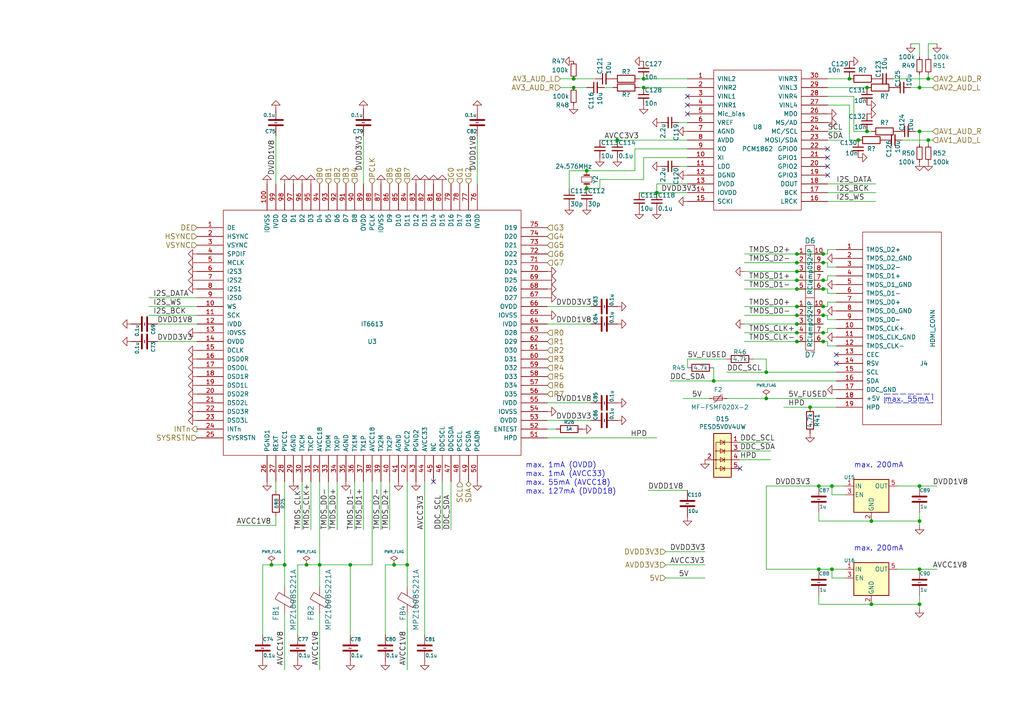
<source format=kicad_sch>
(kicad_sch (version 20211123) (generator eeschema)
  (paper "A4")
  (title_block (title "Open Source Scan Converter") (date "2023-05-18") (rev "1.8"))
  (junction (at 231.14 88.9))
  (junction (at 166.37 25.4))
  (junction (at 222.25 107.95))
  (junction (at 231.14 76.2))
  (junction (at 246.38 22.86))
  (junction (at 238.76 83.82))
  (junction (at 114.3 163.83))
  (junction (at 248.92 40.64))
  (junction (at 266.7 165.1))
  (junction (at 237.49 140.97))
  (junction (at 231.14 73.66))
  (junction (at 92.71 163.83))
  (junction (at 266.7 25.4))
  (junction (at 238.76 91.44))
  (junction (at 82.55 163.83))
  (junction (at 190.5 55.88))
  (junction (at 231.14 78.74))
  (junction (at 231.14 93.98))
  (junction (at 269.24 22.86))
  (junction (at 222.25 115.57))
  (junction (at 179.07 40.64))
  (junction (at 252.73 175.26))
  (junction (at 231.14 99.06))
  (junction (at 269.24 40.64))
  (junction (at 238.76 73.66))
  (junction (at 231.14 81.28))
  (junction (at 266.7 151.13))
  (junction (at 238.76 88.9))
  (junction (at 78.74 163.83))
  (junction (at 170.18 54.61))
  (junction (at 207.01 110.49))
  (junction (at 118.11 163.83))
  (junction (at 266.7 175.26))
  (junction (at 251.46 38.1))
  (junction (at 88.9 163.83))
  (junction (at 241.3 140.97))
  (junction (at 231.14 91.44))
  (junction (at 231.14 96.52))
  (junction (at 238.76 81.28))
  (junction (at 266.7 38.1))
  (junction (at 237.49 165.1))
  (junction (at 251.46 25.4))
  (junction (at 238.76 99.06))
  (junction (at 166.37 22.86))
  (junction (at 170.18 49.53))
  (junction (at 266.7 140.97))
  (junction (at 186.69 22.86))
  (junction (at 252.73 151.13))
  (junction (at 231.14 83.82))
  (junction (at 238.76 96.52))
  (junction (at 101.6 163.83))
  (junction (at 241.3 165.1))
  (junction (at 234.95 118.11))
  (junction (at 186.69 25.4))
  (junction (at 238.76 76.2))
  (no_connect (at 125.73 139.7))
  (no_connect (at 240.03 50.8))
  (no_connect (at 199.39 27.94))
  (no_connect (at 199.39 33.02))
  (no_connect (at 199.39 30.48))
  (no_connect (at 240.03 43.18))
  (no_connect (at 240.03 48.26))
  (no_connect (at 242.57 102.87))
  (no_connect (at 242.57 105.41))
  (no_connect (at 214.63 135.89))
  (no_connect (at 240.03 45.72))
  (wire (pts (xy 158.75 93.98) (xy 171.45 93.98)))
  (wire (pts (xy 204.47 160.02) (xy 193.04 160.02)))
  (wire (pts (xy 199.39 104.14) (xy 199.39 106.68)))
  (wire (pts (xy 101.6 163.83) (xy 101.6 184.15)))
  (wire (pts (xy 113.03 153.67) (xy 113.03 139.7)))
  (wire (pts (xy 266.7 148.59) (xy 266.7 151.13)))
  (wire (pts (xy 264.16 12.7) (xy 266.7 12.7)))
  (wire (pts (xy 92.71 139.7) (xy 92.71 163.83)))
  (wire (pts (xy 57.15 88.9) (xy 43.18 88.9)))
  (wire (pts (xy 240.03 40.64) (xy 243.84 40.64)))
  (wire (pts (xy 187.96 142.24) (xy 199.39 142.24)))
  (wire (pts (xy 222.25 165.1) (xy 222.25 140.97)))
  (wire (pts (xy 238.76 83.82) (xy 231.14 83.82)))
  (wire (pts (xy 241.3 165.1) (xy 241.3 167.64)))
  (wire (pts (xy 185.42 22.86) (xy 186.69 22.86)))
  (wire (pts (xy 158.75 116.84) (xy 171.45 116.84)))
  (wire (pts (xy 248.92 40.64) (xy 246.38 40.64)))
  (wire (pts (xy 86.36 163.83) (xy 88.9 163.83)))
  (wire (pts (xy 194.31 110.49) (xy 207.01 110.49)))
  (wire (pts (xy 118.11 177.8) (xy 118.11 194.31)))
  (wire (pts (xy 251.46 25.4) (xy 240.03 25.4)))
  (wire (pts (xy 238.76 88.9) (xy 240.03 88.9)))
  (wire (pts (xy 246.38 40.64) (xy 246.38 30.48)))
  (wire (pts (xy 238.76 73.66) (xy 231.14 73.66)))
  (wire (pts (xy 138.43 39.37) (xy 138.43 53.34)))
  (wire (pts (xy 76.2 163.83) (xy 76.2 184.15)))
  (wire (pts (xy 162.56 25.4) (xy 166.37 25.4)))
  (wire (pts (xy 266.7 12.7) (xy 266.7 16.51)))
  (wire (pts (xy 240.03 38.1) (xy 243.84 38.1)))
  (wire (pts (xy 238.76 91.44) (xy 231.14 91.44)))
  (wire (pts (xy 247.65 27.94) (xy 247.65 38.1)))
  (wire (pts (xy 184.15 49.53) (xy 170.18 49.53)))
  (wire (pts (xy 111.76 163.83) (xy 114.3 163.83)))
  (wire (pts (xy 266.7 172.72) (xy 266.7 175.26)))
  (wire (pts (xy 222.25 107.95) (xy 242.57 107.95)))
  (wire (pts (xy 92.71 163.83) (xy 101.6 163.83)))
  (wire (pts (xy 266.7 21.59) (xy 266.7 25.4)))
  (wire (pts (xy 190.5 53.34) (xy 190.5 55.88)))
  (wire (pts (xy 269.24 41.91) (xy 269.24 40.64)))
  (wire (pts (xy 57.15 91.44) (xy 43.18 91.44)))
  (wire (pts (xy 240.03 96.52) (xy 240.03 95.25)))
  (wire (pts (xy 215.9 76.2) (xy 231.14 76.2)))
  (wire (pts (xy 247.65 38.1) (xy 251.46 38.1)))
  (wire (pts (xy 110.49 153.67) (xy 110.49 139.7)))
  (wire (pts (xy 162.56 22.86) (xy 166.37 22.86)))
  (wire (pts (xy 87.63 153.67) (xy 87.63 139.7)))
  (wire (pts (xy 266.7 38.1) (xy 270.51 38.1)))
  (wire (pts (xy 210.82 115.57) (xy 222.25 115.57)))
  (wire (pts (xy 210.82 104.14) (xy 199.39 104.14)))
  (wire (pts (xy 204.47 163.83) (xy 193.04 163.83)))
  (polyline (pts (xy 270.51 116.84) (xy 256.54 116.84)))
  (polyline (pts (xy 256.54 116.84) (xy 256.54 114.3)))
  (wire (pts (xy 251.46 38.1) (xy 252.73 38.1)))
  (wire (pts (xy 172.72 22.86) (xy 166.37 22.86)))
  (wire (pts (xy 158.75 88.9) (xy 171.45 88.9)))
  (wire (pts (xy 266.7 38.1) (xy 265.43 38.1)))
  (wire (pts (xy 215.9 73.66) (xy 231.14 73.66)))
  (wire (pts (xy 130.81 153.67) (xy 130.81 139.7)))
  (wire (pts (xy 266.7 25.4) (xy 264.16 25.4)))
  (wire (pts (xy 238.76 73.66) (xy 240.03 73.66)))
  (wire (pts (xy 190.5 55.88) (xy 199.39 55.88)))
  (wire (pts (xy 238.76 96.52) (xy 240.03 96.52)))
  (wire (pts (xy 80.01 142.24) (xy 80.01 139.7)))
  (wire (pts (xy 266.7 165.1) (xy 271.78 165.1)))
  (wire (pts (xy 223.52 130.81) (xy 214.63 130.81)))
  (wire (pts (xy 158.75 121.92) (xy 171.45 121.92)))
  (wire (pts (xy 207.01 110.49) (xy 207.01 106.68)))
  (wire (pts (xy 97.79 153.67) (xy 97.79 139.7)))
  (wire (pts (xy 165.1 49.53) (xy 165.1 54.61)))
  (wire (pts (xy 215.9 96.52) (xy 231.14 96.52)))
  (wire (pts (xy 254 58.42) (xy 240.03 58.42)))
  (wire (pts (xy 92.71 177.8) (xy 92.71 194.31)))
  (wire (pts (xy 270.51 25.4) (xy 266.7 25.4)))
  (wire (pts (xy 266.7 175.26) (xy 266.7 176.53)))
  (wire (pts (xy 237.49 148.59) (xy 237.49 151.13)))
  (wire (pts (xy 102.87 153.67) (xy 102.87 139.7)))
  (wire (pts (xy 222.25 165.1) (xy 237.49 165.1)))
  (wire (pts (xy 90.17 153.67) (xy 90.17 139.7)))
  (wire (pts (xy 222.25 115.57) (xy 242.57 115.57)))
  (wire (pts (xy 80.01 39.37) (xy 80.01 53.34)))
  (wire (pts (xy 241.3 140.97) (xy 245.11 140.97)))
  (wire (pts (xy 237.49 140.97) (xy 241.3 140.97)))
  (wire (pts (xy 76.2 163.83) (xy 78.74 163.83)))
  (wire (pts (xy 186.69 45.72) (xy 186.69 52.07)))
  (wire (pts (xy 269.24 16.51) (xy 269.24 12.7)))
  (wire (pts (xy 254 55.88) (xy 240.03 55.88)))
  (wire (pts (xy 186.69 22.86) (xy 199.39 22.86)))
  (wire (pts (xy 207.01 110.49) (xy 242.57 110.49)))
  (wire (pts (xy 185.42 25.4) (xy 186.69 25.4)))
  (wire (pts (xy 260.35 165.1) (xy 266.7 165.1)))
  (wire (pts (xy 254 53.34) (xy 240.03 53.34)))
  (wire (pts (xy 186.69 25.4) (xy 199.39 25.4)))
  (wire (pts (xy 227.33 118.11) (xy 234.95 118.11)))
  (wire (pts (xy 118.11 139.7) (xy 118.11 163.83)))
  (wire (pts (xy 223.52 133.35) (xy 214.63 133.35)))
  (wire (pts (xy 57.15 86.36) (xy 43.18 86.36)))
  (wire (pts (xy 269.24 12.7) (xy 271.78 12.7)))
  (wire (pts (xy 240.03 100.33) (xy 242.57 100.33)))
  (wire (pts (xy 231.14 99.06) (xy 238.76 99.06)))
  (wire (pts (xy 78.74 163.83) (xy 82.55 163.83)))
  (wire (pts (xy 205.74 115.57) (xy 198.12 115.57)))
  (wire (pts (xy 269.24 22.86) (xy 259.08 22.86)))
  (wire (pts (xy 241.3 167.64) (xy 245.11 167.64)))
  (wire (pts (xy 190.5 53.34) (xy 199.39 53.34)))
  (wire (pts (xy 231.14 76.2) (xy 238.76 76.2)))
  (wire (pts (xy 270.51 40.64) (xy 269.24 40.64)))
  (wire (pts (xy 45.72 93.98) (xy 57.15 93.98)))
  (polyline (pts (xy 270.51 114.3) (xy 270.51 116.84)))
  (wire (pts (xy 68.58 152.4) (xy 80.01 152.4)))
  (wire (pts (xy 80.01 149.86) (xy 80.01 152.4)))
  (wire (pts (xy 92.71 163.83) (xy 92.71 170.18)))
  (wire (pts (xy 240.03 73.66) (xy 240.03 72.39)))
  (wire (pts (xy 234.95 118.11) (xy 242.57 118.11)))
  (wire (pts (xy 82.55 163.83) (xy 82.55 170.18)))
  (wire (pts (xy 105.41 153.67) (xy 105.41 139.7)))
  (wire (pts (xy 170.18 49.53) (xy 165.1 49.53)))
  (wire (pts (xy 240.03 99.06) (xy 240.03 100.33)))
  (wire (pts (xy 105.41 39.37) (xy 105.41 53.34)))
  (wire (pts (xy 240.03 87.63) (xy 242.57 87.63)))
  (wire (pts (xy 215.9 88.9) (xy 231.14 88.9)))
  (wire (pts (xy 223.52 128.27) (xy 214.63 128.27)))
  (wire (pts (xy 270.51 22.86) (xy 269.24 22.86)))
  (wire (pts (xy 240.03 85.09) (xy 242.57 85.09)))
  (wire (pts (xy 241.3 140.97) (xy 241.3 143.51)))
  (wire (pts (xy 269.24 21.59) (xy 269.24 22.86)))
  (wire (pts (xy 240.03 77.47) (xy 240.03 76.2)))
  (wire (pts (xy 240.03 92.71) (xy 242.57 92.71)))
  (wire (pts (xy 123.19 139.7) (xy 123.19 184.15)))
  (wire (pts (xy 240.03 83.82) (xy 240.03 85.09)))
  (wire (pts (xy 173.99 54.61) (xy 173.99 52.07)))
  (wire (pts (xy 215.9 81.28) (xy 231.14 81.28)))
  (wire (pts (xy 252.73 175.26) (xy 266.7 175.26)))
  (wire (pts (xy 95.25 153.67) (xy 95.25 139.7)))
  (wire (pts (xy 190.5 127) (xy 158.75 127)))
  (wire (pts (xy 260.35 140.97) (xy 266.7 140.97)))
  (wire (pts (xy 199.39 35.56) (xy 196.85 35.56)))
  (wire (pts (xy 184.15 43.18) (xy 184.15 49.53)))
  (wire (pts (xy 158.75 124.46) (xy 161.29 124.46)))
  (wire (pts (xy 215.9 91.44) (xy 231.14 91.44)))
  (wire (pts (xy 114.3 163.83) (xy 118.11 163.83)))
  (wire (pts (xy 101.6 163.83) (xy 107.95 163.83)))
  (wire (pts (xy 266.7 140.97) (xy 271.78 140.97)))
  (wire (pts (xy 193.04 167.64) (xy 204.47 167.64)))
  (wire (pts (xy 238.76 96.52) (xy 231.14 96.52)))
  (wire (pts (xy 237.49 175.26) (xy 252.73 175.26)))
  (wire (pts (xy 240.03 80.01) (xy 240.03 81.28)))
  (wire (pts (xy 179.07 40.64) (xy 199.39 40.64)))
  (wire (pts (xy 246.38 30.48) (xy 240.03 30.48)))
  (wire (pts (xy 240.03 91.44) (xy 240.03 92.71)))
  (wire (pts (xy 210.82 107.95) (xy 222.25 107.95)))
  (wire (pts (xy 170.18 25.4) (xy 166.37 25.4)))
  (wire (pts (xy 86.36 163.83) (xy 86.36 184.15)))
  (wire (pts (xy 222.25 140.97) (xy 237.49 140.97)))
  (polyline (pts (xy 256.54 114.3) (xy 270.51 114.3)))
  (wire (pts (xy 238.76 76.2) (xy 240.03 76.2)))
  (wire (pts (xy 45.72 99.06) (xy 57.15 99.06)))
  (wire (pts (xy 231.14 93.98) (xy 238.76 93.98)))
  (wire (pts (xy 261.62 40.64) (xy 269.24 40.64)))
  (wire (pts (xy 238.76 99.06) (xy 240.03 99.06)))
  (wire (pts (xy 215.9 99.06) (xy 231.14 99.06)))
  (wire (pts (xy 240.03 95.25) (xy 242.57 95.25)))
  (wire (pts (xy 240.03 72.39) (xy 242.57 72.39)))
  (wire (pts (xy 215.9 78.74) (xy 231.14 78.74)))
  (wire (pts (xy 199.39 43.18) (xy 184.15 43.18)))
  (wire (pts (xy 252.73 151.13) (xy 266.7 151.13)))
  (wire (pts (xy 237.49 151.13) (xy 252.73 151.13)))
  (wire (pts (xy 238.76 91.44) (xy 240.03 91.44)))
  (wire (pts (xy 118.11 163.83) (xy 118.11 170.18)))
  (wire (pts (xy 237.49 165.1) (xy 241.3 165.1)))
  (wire (pts (xy 111.76 163.83) (xy 111.76 184.15)))
  (wire (pts (xy 240.03 27.94) (xy 247.65 27.94)))
  (wire (pts (xy 107.95 163.83) (xy 107.95 139.7)))
  (wire (pts (xy 186.69 52.07) (xy 173.99 52.07)))
  (wire (pts (xy 231.14 88.9) (xy 238.76 88.9)))
  (wire (pts (xy 170.18 54.61) (xy 173.99 54.61)))
  (wire (pts (xy 242.57 77.47) (xy 240.03 77.47)))
  (wire (pts (xy 128.27 153.67) (xy 128.27 139.7)))
  (wire (pts (xy 240.03 88.9) (xy 240.03 87.63)))
  (wire (pts (xy 241.3 165.1) (xy 245.11 165.1)))
  (wire (pts (xy 246.38 22.86) (xy 240.03 22.86)))
  (wire (pts (xy 241.3 143.51) (xy 245.11 143.51)))
  (wire (pts (xy 242.57 80.01) (xy 240.03 80.01)))
  (wire (pts (xy 222.25 104.14) (xy 218.44 104.14)))
  (wire (pts (xy 238.76 81.28) (xy 240.03 81.28)))
  (wire (pts (xy 82.55 139.7) (xy 82.55 163.83)))
  (wire (pts (xy 199.39 48.26) (xy 196.85 48.26)))
  (wire (pts (xy 222.25 107.95) (xy 222.25 104.14)))
  (wire (pts (xy 173.99 40.64) (xy 179.07 40.64)))
  (wire (pts (xy 185.42 55.88) (xy 190.5 55.88)))
  (wire (pts (xy 266.7 151.13) (xy 266.7 152.4)))
  (wire (pts (xy 199.39 45.72) (xy 186.69 45.72)))
  (wire (pts (xy 238.76 83.82) (xy 240.03 83.82)))
  (wire (pts (xy 82.55 177.8) (xy 82.55 194.31)))
  (wire (pts (xy 238.76 78.74) (xy 231.14 78.74)))
  (wire (pts (xy 215.9 93.98) (xy 231.14 93.98)))
  (wire (pts (xy 215.9 83.82) (xy 231.14 83.82)))
  (wire (pts (xy 237.49 172.72) (xy 237.49 175.26)))
  (wire (pts (xy 266.7 38.1) (xy 266.7 41.91)))
  (wire (pts (xy 231.14 81.28) (xy 238.76 81.28)))
  (wire (pts (xy 177.8 25.4) (xy 175.26 25.4)))
  (wire (pts (xy 88.9 163.83) (xy 92.71 163.83)))
  (text "max. 200mA" (at 247.65 160.02 0) (effects (font (size 1.524 1.524)) (justify left bottom)))
  (text "max. 200mA" (at 247.65 135.89 0) (effects (font (size 1.524 1.524)) (justify left bottom)))
  (text "max. 1mA (AVCC33)" (at 152.4 138.43 0) (effects (font (size 1.524 1.524)) (justify left bottom)))
  (text "max. 127mA (DVDD18)" (at 152.4 143.51 0) (effects (font (size 1.524 1.524)) (justify left bottom)))
  (text "max. 1mA (OVDD)" (at 152.4 135.89 0) (effects (font (size 1.524 1.524)) (justify left bottom)))
  (text "max. 55mA" (at 256.54 116.84 0) (effects (font (size 1.524 1.524)) (justify left bottom)))
  (text "max. 55mA (AVCC18)" (at 152.4 140.97 0) (effects (font (size 1.524 1.524)) (justify left bottom)))
  (label "I2S_DATA" (at 242.57 53.34 0) (effects (font (size 1.524 1.524))))
  (label "SCL" (at 240.03 38.1 0) (effects (font (size 1.524 1.524))))
  (label "I2S_BCK" (at 44.45 91.44 0) (effects (font (size 1.524 1.524))))
  (label "5V" (at 200.66 115.57 0) (effects (font (size 1.524 1.524))))
  (label "DVDD3V3" (at 194.31 160.02 0) (effects (font (size 1.524 1.524))))
  (label "TMDS_D2+" (at 113.03 153.67 90) (effects (font (size 1.524 1.524))))
  (label "5V_FUSED" (at 199.39 104.14 0) (effects (font (size 1.524 1.524))))
  (label "DVDD3V3" (at 105.41 49.53 90) (effects (font (size 1.524 1.524))))
  (label "5V" (at 196.85 167.64 0) (effects (font (size 1.524 1.524))))
  (label "TMDS_D2-" (at 110.49 153.67 90) (effects (font (size 1.524 1.524))))
  (label "DVDD1V8" (at 270.51 140.97 0) (effects (font (size 1.524 1.524))))
  (label "I2S_WS" (at 242.57 58.42 0) (effects (font (size 1.524 1.524))))
  (label "TMDS_D0-" (at 217.17 91.44 0) (effects (font (size 1.524 1.524))))
  (label "TMDS_D0+" (at 217.17 88.9 0) (effects (font (size 1.524 1.524))))
  (label "AVCC1V8" (at 118.11 193.04 90) (effects (font (size 1.524 1.524))))
  (label "DDC_SCL" (at 210.82 107.95 0) (effects (font (size 1.524 1.524))))
  (label "AVCC3V3" (at 175.26 40.64 0) (effects (font (size 1.524 1.524))))
  (label "DVDD1V8" (at 80.01 50.8 90) (effects (font (size 1.524 1.524))))
  (label "AVCC1V8" (at 92.71 193.04 90) (effects (font (size 1.524 1.524))))
  (label "DVDD1V8" (at 138.43 49.53 90) (effects (font (size 1.524 1.524))))
  (label "I2S_DATA" (at 44.45 86.36 0) (effects (font (size 1.524 1.524))))
  (label "HPD" (at 182.88 127 0) (effects (font (size 1.524 1.524))))
  (label "DVDD3V3" (at 191.77 55.88 0) (effects (font (size 1.524 1.524))))
  (label "DVDD3V3" (at 55.88 99.06 180) (effects (font (size 1.524 1.524))))
  (label "TMDS_CLK-" (at 87.63 153.67 90) (effects (font (size 1.524 1.524))))
  (label "DDC_SDA" (at 194.31 110.49 0) (effects (font (size 1.524 1.524))))
  (label "TMDS_D1+" (at 105.41 153.67 90) (effects (font (size 1.524 1.524))))
  (label "TMDS_D0+" (at 97.79 153.67 90) (effects (font (size 1.524 1.524))))
  (label "DVDD3V3" (at 224.79 140.97 0) (effects (font (size 1.524 1.524))))
  (label "TMDS_CLK+" (at 90.17 153.67 90) (effects (font (size 1.524 1.524))))
  (label "TMDS_D2-" (at 217.17 76.2 0) (effects (font (size 1.524 1.524))))
  (label "AVCC1V8" (at 82.55 193.04 90) (effects (font (size 1.524 1.524))))
  (label "TMDS_D1+" (at 217.17 81.28 0) (effects (font (size 1.524 1.524))))
  (label "DVDD1V8" (at 187.96 142.24 0) (effects (font (size 1.524 1.524))))
  (label "AVCC3V3" (at 194.31 163.83 0) (effects (font (size 1.524 1.524))))
  (label "HPD" (at 228.6 118.11 0) (effects (font (size 1.524 1.524))))
  (label "DVDD3V3" (at 161.29 88.9 0) (effects (font (size 1.524 1.524))))
  (label "TMDS_CLK+" (at 217.17 96.52 0) (effects (font (size 1.524 1.524))))
  (label "TMDS_D0-" (at 95.25 153.67 90) (effects (font (size 1.524 1.524))))
  (label "SDA" (at 240.03 40.64 0) (effects (font (size 1.524 1.524))))
  (label "DDC_SDA" (at 214.63 130.81 0) (effects (font (size 1.524 1.524))))
  (label "DDC_SCL" (at 214.63 128.27 0) (effects (font (size 1.524 1.524))))
  (label "I2S_WS" (at 44.45 88.9 0) (effects (font (size 1.524 1.524))))
  (label "TMDS_D2+" (at 217.17 73.66 0) (effects (font (size 1.524 1.524))))
  (label "I2S_BCK" (at 242.57 55.88 0) (effects (font (size 1.524 1.524))))
  (label "DDC_SCL" (at 128.27 153.67 90) (effects (font (size 1.524 1.524))))
  (label "DVDD3V3" (at 161.29 121.92 0) (effects (font (size 1.524 1.524))))
  (label "TMDS_CLK-" (at 217.17 99.06 0) (effects (font (size 1.524 1.524))))
  (label "TMDS_D1-" (at 102.87 153.67 90) (effects (font (size 1.524 1.524))))
  (label "HPD" (at 214.63 133.35 0) (effects (font (size 1.524 1.524))))
  (label "DVDD1V8" (at 161.29 93.98 0) (effects (font (size 1.524 1.524))))
  (label "DDC_SDA" (at 130.81 153.67 90) (effects (font (size 1.524 1.524))))
  (label "AVCC1V8" (at 270.51 165.1 0) (effects (font (size 1.524 1.524))))
  (label "5V_FUSED" (at 228.6 115.57 0) (effects (font (size 1.524 1.524))))
  (label "DVDD1V8" (at 161.29 116.84 0) (effects (font (size 1.524 1.524))))
  (label "AVCC1V8" (at 68.58 152.4 0) (effects (font (size 1.524 1.524))))
  (label "DVDD1V8" (at 55.88 93.98 180) (effects (font (size 1.524 1.524))))
  (label "TMDS_D1-" (at 217.17 83.82 0) (effects (font (size 1.524 1.524))))
  (label "AVCC3V3" (at 123.19 153.67 90) (effects (font (size 1.524 1.524))))
  (hierarchical_label "AV2_AUD_R" (shape input) (at 270.51 22.86 0) (effects (font (size 1.524 1.524))))
  (hierarchical_label "B1" (shape input) (at 95.25 53.34 90) (effects (font (size 1.524 1.524))))
  (hierarchical_label "G5" (shape input) (at 158.75 71.12 0) (effects (font (size 1.524 1.524))))
  (hierarchical_label "R3" (shape input) (at 158.75 104.14 0) (effects (font (size 1.524 1.524))))
  (hierarchical_label "SYSRSTN" (shape input) (at 57.15 127 180) (effects (font (size 1.524 1.524))))
  (hierarchical_label "R7" (shape input) (at 158.75 114.3 0) (effects (font (size 1.524 1.524))))
  (hierarchical_label "DVDD3V3" (shape input) (at 193.04 160.02 180) (effects (font (size 1.524 1.524))))
  (hierarchical_label "SDA" (shape bidirectional) (at 135.89 139.7 270) (effects (font (size 1.524 1.524))))
  (hierarchical_label "AVDD3V3" (shape input) (at 193.04 163.83 180) (effects (font (size 1.524 1.524))))
  (hierarchical_label "B6" (shape input) (at 115.57 53.34 90) (effects (font (size 1.524 1.524))))
  (hierarchical_label "B7" (shape input) (at 118.11 53.34 90) (effects (font (size 1.524 1.524))))
  (hierarchical_label "B5" (shape input) (at 113.03 53.34 90) (effects (font (size 1.524 1.524))))
  (hierarchical_label "G6" (shape input) (at 158.75 73.66 0) (effects (font (size 1.524 1.524))))
  (hierarchical_label "SCL" (shape input) (at 133.35 139.7 270) (effects (font (size 1.524 1.524))))
  (hierarchical_label "G4" (shape input) (at 158.75 68.58 0) (effects (font (size 1.524 1.524))))
  (hierarchical_label "R2" (shape input) (at 158.75 101.6 0) (effects (font (size 1.524 1.524))))
  (hierarchical_label "PCLK" (shape input) (at 107.95 53.34 90) (effects (font (size 1.524 1.524))))
  (hierarchical_label "R0" (shape input) (at 158.75 96.52 0) (effects (font (size 1.524 1.524))))
  (hierarchical_label "DE" (shape input) (at 57.15 66.04 180) (effects (font (size 1.524 1.524))))
  (hierarchical_label "5V" (shape input) (at 193.04 167.64 180) (effects (font (size 1.524 1.524))))
  (hierarchical_label "AV2_AUD_L" (shape input) (at 270.51 25.4 0) (effects (font (size 1.524 1.524))))
  (hierarchical_label "R5" (shape input) (at 158.75 109.22 0) (effects (font (size 1.524 1.524))))
  (hierarchical_label "B2" (shape input) (at 97.79 53.34 90) (effects (font (size 1.524 1.524))))
  (hierarchical_label "INTn" (shape output) (at 57.15 124.46 180) (effects (font (size 1.524 1.524))))
  (hierarchical_label "AV1_AUD_L" (shape input) (at 270.51 40.64 0) (effects (font (size 1.524 1.524))))
  (hierarchical_label "R1" (shape input) (at 158.75 99.06 0) (effects (font (size 1.524 1.524))))
  (hierarchical_label "AV3_AUD_R" (shape input) (at 162.56 25.4 180) (effects (font (size 1.524 1.524))))
  (hierarchical_label "G1" (shape input) (at 133.35 53.34 90) (effects (font (size 1.524 1.524))))
  (hierarchical_label "G0" (shape input) (at 130.81 53.34 90) (effects (font (size 1.524 1.524))))
  (hierarchical_label "R4" (shape input) (at 158.75 106.68 0) (effects (font (size 1.524 1.524))))
  (hierarchical_label "B0" (shape input) (at 92.71 53.34 90) (effects (font (size 1.524 1.524))))
  (hierarchical_label "VSYNC" (shape input) (at 57.15 71.12 180) (effects (font (size 1.524 1.524))))
  (hierarchical_label "G3" (shape input) (at 158.75 66.04 0) (effects (font (size 1.524 1.524))))
  (hierarchical_label "HSYNC" (shape input) (at 57.15 68.58 180) (effects (font (size 1.524 1.524))))
  (hierarchical_label "R6" (shape input) (at 158.75 111.76 0) (effects (font (size 1.524 1.524))))
  (hierarchical_label "AV3_AUD_L" (shape input) (at 162.56 22.86 180) (effects (font (size 1.524 1.524))))
  (hierarchical_label "B4" (shape input) (at 102.87 53.34 90) (effects (font (size 1.524 1.524))))
  (hierarchical_label "B3" (shape input) (at 100.33 53.34 90) (effects (font (size 1.524 1.524))))
  (hierarchical_label "G2" (shape input) (at 135.89 53.34 90) (effects (font (size 1.524 1.524))))
  (hierarchical_label "G7" (shape input) (at 158.75 76.2 0) (effects (font (size 1.524 1.524))))
  (hierarchical_label "AV1_AUD_R" (shape input) (at 270.51 38.1 0) (effects (font (size 1.524 1.524))))
  (symbol (lib_id "custom_components:IT6613") (at 107.95 96.52 0) (unit 1)
    (property "Reference" "U3" (at 107.95 99.06 0))
    (property "Value" "IT6613" (at 107.95 93.98 0))
    (property "Footprint" "custom_components:TQFP-100_custom" (effects hide))
    (property "Datasheet" "DOCUMENTATION" (effects hide))
  )
  (symbol (lib_id "custom_components:HDMI_CONN") (at 261.62 95.25 0) (unit 1)
    (property "Reference" "J4" (at 267.97 105.41 0))
    (property "Value" "HDMI_CONN" (at 270.51 95.25 90))
    (property "Footprint" "custom_components:HDMI_CONN-10029449-111RLF" (effects hide))
    (property "Datasheet" "DOCUMENTATION" (effects hide))
    (property "Part ID" "10029449-111RLF" (effects hide))
  )
  (symbol (lib_id "Device:C") (at 76.2 187.96 0) (unit 1)
    (property "Reference" "C74" (at 76.2 185.42 0) (effects (font (size 1.016 1.016)) (justify left)))
    (property "Value" "0.1u" (at 76.3524 190.119 0) (effects (font (size 1.016 1.016)) (justify left)))
    (property "Footprint" "custom_components:SM0603_Capa_libcms" (effects hide))
    (property "Datasheet" "~" (at 76.2 187.96 0) (effects (font (size 1.524 1.524))))
  )
  (symbol (lib_id "Device:FerriteBead") (at 82.55 173.99 180) (unit 1)
    (property "Reference" "FB1" (at 80.01 177.8 90) (effects (font (size 1.524 1.524))))
    (property "Value" "MPZ1608S221A" (at 85.09 173.99 90) (effects (font (size 1.524 1.524))))
    (property "Footprint" "custom_components:SM0603_Resistor_libcms" (effects hide))
  )
  (symbol (lib_id "power:GND") (at 76.2 191.77 0) (unit 1)
    (property "Reference" "#PWR0162" (effects hide))
    (property "Value" "GND" (effects hide))
  )
  (symbol (lib_id "power:GND") (at 115.57 139.7 0) (unit 1)
    (property "Reference" "#PWR0163" (effects hide))
    (property "Value" "GND" (effects hide))
  )
  (symbol (lib_id "power:GND") (at 120.65 139.7 0) (unit 1)
    (property "Reference" "#PWR0164" (effects hide))
    (property "Value" "GND" (effects hide))
  )
  (symbol (lib_id "Device:C") (at 111.76 187.96 0) (unit 1)
    (property "Reference" "C80" (at 111.76 185.42 0) (effects (font (size 1.016 1.016)) (justify left)))
    (property "Value" "0.1u" (at 111.9124 190.119 0) (effects (font (size 1.016 1.016)) (justify left)))
    (property "Footprint" "custom_components:SM0603_Capa_libcms" (effects hide))
    (property "Datasheet" "~" (at 111.76 187.96 0) (effects (font (size 1.524 1.524))))
  )
  (symbol (lib_id "Device:FerriteBead") (at 118.11 173.99 180) (unit 1)
    (property "Reference" "FB4" (at 116.84 177.8 90) (effects (font (size 1.524 1.524))))
    (property "Value" "MPZ1608S221A" (at 120.65 173.99 90) (effects (font (size 1.524 1.524))))
    (property "Footprint" "custom_components:SM0603_Resistor_libcms" (effects hide))
  )
  (symbol (lib_id "power:GND") (at 111.76 191.77 0) (unit 1)
    (property "Reference" "#PWR0165" (effects hide))
    (property "Value" "GND" (effects hide))
  )
  (symbol (lib_id "Device:C") (at 86.36 187.96 0) (unit 1)
    (property "Reference" "C77" (at 86.36 185.42 0) (effects (font (size 1.016 1.016)) (justify left)))
    (property "Value" "0.1u" (at 86.5124 190.119 0) (effects (font (size 1.016 1.016)) (justify left)))
    (property "Footprint" "custom_components:SM0603_Capa_libcms" (effects hide))
    (property "Datasheet" "~" (at 86.36 187.96 0) (effects (font (size 1.524 1.524))))
  )
  (symbol (lib_id "Device:FerriteBead") (at 92.71 173.99 180) (unit 1)
    (property "Reference" "FB2" (at 90.17 177.8 90) (effects (font (size 1.524 1.524))))
    (property "Value" "MPZ1608S221A" (at 95.25 173.99 90) (effects (font (size 1.524 1.524))))
    (property "Footprint" "custom_components:SM0603_Resistor_libcms" (effects hide))
  )
  (symbol (lib_id "power:GND") (at 86.36 191.77 0) (unit 1)
    (property "Reference" "#PWR0166" (effects hide))
    (property "Value" "GND" (effects hide))
  )
  (symbol (lib_id "power:GND") (at 85.09 139.7 0) (unit 1)
    (property "Reference" "#PWR0167" (effects hide))
    (property "Value" "GND" (effects hide))
  )
  (symbol (lib_id "power:GND") (at 77.47 139.7 0) (unit 1)
    (property "Reference" "#PWR0168" (effects hide))
    (property "Value" "GND" (effects hide))
  )
  (symbol (lib_id "power:GND") (at 138.43 139.7 0) (unit 1)
    (property "Reference" "#PWR0169" (effects hide))
    (property "Value" "GND" (effects hide))
  )
  (symbol (lib_id "power:GND") (at 57.15 76.2 270) (unit 1)
    (property "Reference" "#PWR0170" (effects hide))
    (property "Value" "GND" (effects hide))
  )
  (symbol (lib_id "power:GND") (at 57.15 83.82 270) (unit 1)
    (property "Reference" "#PWR0171" (effects hide))
    (property "Value" "GND" (effects hide))
  )
  (symbol (lib_id "power:GND") (at 57.15 81.28 270) (unit 1)
    (property "Reference" "#PWR0172" (effects hide))
    (property "Value" "GND" (effects hide))
  )
  (symbol (lib_id "power:GND") (at 57.15 73.66 270) (unit 1)
    (property "Reference" "#PWR0173" (effects hide))
    (property "Value" "GND" (effects hide))
  )
  (symbol (lib_id "power:GND") (at 57.15 78.74 270) (unit 1)
    (property "Reference" "#PWR0174" (effects hide))
    (property "Value" "GND" (effects hide))
  )
  (symbol (lib_id "power:GND") (at 57.15 101.6 270) (unit 1)
    (property "Reference" "#PWR0175" (effects hide))
    (property "Value" "GND" (effects hide))
  )
  (symbol (lib_id "power:GND") (at 57.15 104.14 270) (unit 1)
    (property "Reference" "#PWR0176" (effects hide))
    (property "Value" "GND" (effects hide))
  )
  (symbol (lib_id "power:GND") (at 57.15 106.68 270) (unit 1)
    (property "Reference" "#PWR0177" (effects hide))
    (property "Value" "GND" (effects hide))
  )
  (symbol (lib_id "power:GND") (at 57.15 109.22 270) (unit 1)
    (property "Reference" "#PWR0178" (effects hide))
    (property "Value" "GND" (effects hide))
  )
  (symbol (lib_id "power:GND") (at 57.15 111.76 270) (unit 1)
    (property "Reference" "#PWR0179" (effects hide))
    (property "Value" "GND" (effects hide))
  )
  (symbol (lib_id "power:GND") (at 57.15 114.3 270) (unit 1)
    (property "Reference" "#PWR0180" (effects hide))
    (property "Value" "GND" (effects hide))
  )
  (symbol (lib_id "power:GND") (at 57.15 116.84 270) (unit 1)
    (property "Reference" "#PWR0181" (effects hide))
    (property "Value" "GND" (effects hide))
  )
  (symbol (lib_id "power:GND") (at 57.15 119.38 270) (unit 1)
    (property "Reference" "#PWR0182" (effects hide))
    (property "Value" "GND" (effects hide))
  )
  (symbol (lib_id "power:GND") (at 57.15 121.92 270) (unit 1)
    (property "Reference" "#PWR0183" (effects hide))
    (property "Value" "GND" (effects hide))
  )
  (symbol (lib_id "Device:R") (at 80.01 146.05 0) (unit 1)
    (property "Reference" "R25" (at 82.042 146.05 90) (effects (font (size 1.016 1.016))))
    (property "Value" "698" (at 80.1878 146.0246 90) (effects (font (size 1.016 1.016))))
    (property "Footprint" "custom_components:SM0603_Resistor_libcms" (effects hide))
    (property "Datasheet" "~" (at 80.01 146.05 0) (effects (font (size 0.762 0.762))))
  )
  (symbol (lib_id "power:GND") (at 57.15 96.52 270) (unit 1)
    (property "Reference" "#PWR0184" (effects hide))
    (property "Value" "GND" (effects hide))
  )
  (symbol (lib_id "power:GND") (at 100.33 139.7 0) (unit 1)
    (property "Reference" "#PWR0185" (effects hide))
    (property "Value" "GND" (effects hide))
  )
  (symbol (lib_id "Device:R") (at 165.1 124.46 90) (unit 1)
    (property "Reference" "R26" (at 165.1 122.428 90) (effects (font (size 1.016 1.016))))
    (property "Value" "1k" (at 165.0746 124.2822 90) (effects (font (size 1.016 1.016))))
    (property "Footprint" "custom_components:SM0603_Resistor_libcms" (effects hide))
    (property "Datasheet" "~" (at 165.1 124.46 0) (effects (font (size 0.762 0.762))))
  )
  (symbol (lib_id "power:GND") (at 168.91 124.46 90) (unit 1)
    (property "Reference" "#PWR0186" (effects hide))
    (property "Value" "GND" (effects hide))
  )
  (symbol (lib_id "power:GND") (at 158.75 119.38 90) (unit 1)
    (property "Reference" "#PWR0187" (effects hide))
    (property "Value" "GND" (effects hide))
  )
  (symbol (lib_id "power:GND") (at 158.75 91.44 90) (unit 1)
    (property "Reference" "#PWR0188" (effects hide))
    (property "Value" "GND" (effects hide))
  )
  (symbol (lib_id "Device:C") (at 175.26 116.84 90) (unit 1)
    (property "Reference" "C85" (at 172.72 116.84 0) (effects (font (size 1.016 1.016)) (justify left)))
    (property "Value" "0.1u" (at 177.419 116.6876 0) (effects (font (size 1.016 1.016)) (justify left)))
    (property "Footprint" "custom_components:SM0603_Capa_libcms" (effects hide))
    (property "Datasheet" "~" (at 175.26 116.84 0) (effects (font (size 1.524 1.524))))
  )
  (symbol (lib_id "Device:C") (at 175.26 93.98 90) (unit 1)
    (property "Reference" "C84" (at 172.72 93.98 0) (effects (font (size 1.016 1.016)) (justify left)))
    (property "Value" "0.1u" (at 177.419 93.8276 0) (effects (font (size 1.016 1.016)) (justify left)))
    (property "Footprint" "custom_components:SM0603_Capa_libcms" (effects hide))
    (property "Datasheet" "~" (at 175.26 93.98 0) (effects (font (size 1.524 1.524))))
  )
  (symbol (lib_id "Device:C") (at 138.43 35.56 180) (unit 1)
    (property "Reference" "C82" (at 138.43 38.1 0) (effects (font (size 1.016 1.016)) (justify left)))
    (property "Value" "0.1u" (at 138.2776 33.401 0) (effects (font (size 1.016 1.016)) (justify left)))
    (property "Footprint" "custom_components:SM0603_Capa_libcms" (effects hide))
    (property "Datasheet" "~" (at 138.43 35.56 0) (effects (font (size 1.524 1.524))))
  )
  (symbol (lib_id "power:GND") (at 110.49 53.34 180) (unit 1)
    (property "Reference" "#PWR0189" (effects hide))
    (property "Value" "GND" (effects hide))
  )
  (symbol (lib_id "power:GND") (at 77.47 53.34 180) (unit 1)
    (property "Reference" "#PWR0190" (effects hide))
    (property "Value" "GND" (effects hide))
  )
  (symbol (lib_id "Device:C") (at 80.01 35.56 180) (unit 1)
    (property "Reference" "C75" (at 80.01 38.1 0) (effects (font (size 1.016 1.016)) (justify left)))
    (property "Value" "0.1u" (at 79.8576 33.401 0) (effects (font (size 1.016 1.016)) (justify left)))
    (property "Footprint" "custom_components:SM0603_Capa_libcms" (effects hide))
    (property "Datasheet" "~" (at 80.01 35.56 0) (effects (font (size 1.524 1.524))))
  )
  (symbol (lib_id "Device:C") (at 41.91 93.98 270) (unit 1)
    (property "Reference" "C69" (at 44.45 93.98 0) (effects (font (size 1.016 1.016)) (justify left)))
    (property "Value" "0.1u" (at 39.751 94.1324 0) (effects (font (size 1.016 1.016)) (justify left)))
    (property "Footprint" "custom_components:SM0603_Capa_libcms" (effects hide))
    (property "Datasheet" "~" (at 41.91 93.98 0) (effects (font (size 1.524 1.524))))
  )
  (symbol (lib_id "Device:C") (at 41.91 99.06 270) (unit 1)
    (property "Reference" "C73" (at 44.45 99.06 0) (effects (font (size 1.016 1.016)) (justify left)))
    (property "Value" "0.1u" (at 39.751 99.2124 0) (effects (font (size 1.016 1.016)) (justify left)))
    (property "Footprint" "custom_components:SM0603_Capa_libcms" (effects hide))
    (property "Datasheet" "~" (at 41.91 99.06 0) (effects (font (size 1.524 1.524))))
  )
  (symbol (lib_id "Device:C") (at 175.26 121.92 90) (unit 1)
    (property "Reference" "C86" (at 172.72 121.92 0) (effects (font (size 1.016 1.016)) (justify left)))
    (property "Value" "0.1u" (at 177.419 121.7676 0) (effects (font (size 1.016 1.016)) (justify left)))
    (property "Footprint" "custom_components:SM0603_Capa_libcms" (effects hide))
    (property "Datasheet" "~" (at 175.26 121.92 0) (effects (font (size 1.524 1.524))))
  )
  (symbol (lib_id "Device:C") (at 175.26 88.9 90) (unit 1)
    (property "Reference" "C83" (at 172.72 88.9 0) (effects (font (size 1.016 1.016)) (justify left)))
    (property "Value" "0.1u" (at 177.419 88.7476 0) (effects (font (size 1.016 1.016)) (justify left)))
    (property "Footprint" "custom_components:SM0603_Capa_libcms" (effects hide))
    (property "Datasheet" "~" (at 175.26 88.9 0) (effects (font (size 1.524 1.524))))
  )
  (symbol (lib_id "Device:C") (at 105.41 35.56 180) (unit 1)
    (property "Reference" "C79" (at 105.41 38.1 0) (effects (font (size 1.016 1.016)) (justify left)))
    (property "Value" "0.1u" (at 105.2576 33.401 0) (effects (font (size 1.016 1.016)) (justify left)))
    (property "Footprint" "custom_components:SM0603_Capa_libcms" (effects hide))
    (property "Datasheet" "~" (at 105.41 35.56 0) (effects (font (size 1.524 1.524))))
  )
  (symbol (lib_id "Device:C") (at 101.6 187.96 0) (unit 1)
    (property "Reference" "C78" (at 101.6 185.42 0) (effects (font (size 1.016 1.016)) (justify left)))
    (property "Value" "0.1u" (at 101.7524 190.119 0) (effects (font (size 1.016 1.016)) (justify left)))
    (property "Footprint" "custom_components:SM0603_Capa_libcms" (effects hide))
    (property "Datasheet" "~" (at 101.6 187.96 0) (effects (font (size 1.524 1.524))))
  )
  (symbol (lib_id "power:GND") (at 101.6 191.77 0) (unit 1)
    (property "Reference" "#PWR0191" (effects hide))
    (property "Value" "GND" (effects hide))
  )
  (symbol (lib_id "Device:C") (at 123.19 187.96 0) (unit 1)
    (property "Reference" "C81" (at 123.19 185.42 0) (effects (font (size 1.016 1.016)) (justify left)))
    (property "Value" "0.1u" (at 123.3424 190.119 0) (effects (font (size 1.016 1.016)) (justify left)))
    (property "Footprint" "custom_components:SM0603_Capa_libcms" (effects hide))
    (property "Datasheet" "~" (at 123.19 187.96 0) (effects (font (size 1.524 1.524))))
  )
  (symbol (lib_id "power:GND") (at 123.19 191.77 0) (unit 1)
    (property "Reference" "#PWR0192" (effects hide))
    (property "Value" "GND" (effects hide))
  )
  (symbol (lib_id "power:GND") (at 242.57 113.03 270) (unit 1)
    (property "Reference" "#PWR0193" (effects hide))
    (property "Value" "GND" (effects hide))
  )
  (symbol (lib_id "power:GND") (at 242.57 74.93 270) (unit 1)
    (property "Reference" "#PWR0194" (effects hide))
    (property "Value" "GND" (effects hide))
  )
  (symbol (lib_id "power:GND") (at 242.57 82.55 270) (unit 1)
    (property "Reference" "#PWR0195" (effects hide))
    (property "Value" "GND" (effects hide))
  )
  (symbol (lib_id "power:GND") (at 242.57 90.17 270) (unit 1)
    (property "Reference" "#PWR0196" (effects hide))
    (property "Value" "GND" (effects hide))
  )
  (symbol (lib_id "power:GND") (at 242.57 97.79 270) (unit 1)
    (property "Reference" "#PWR0197" (effects hide))
    (property "Value" "GND" (effects hide))
  )
  (symbol (lib_id "Regulator_Linear:TLV70018_SOT23-5") (at 252.73 143.51 0) (unit 1)
    (property "Reference" "U15" (at 246.38 138.43 0) (effects (font (size 1.016 1.016))))
  )
  (symbol (lib_id "Device:C") (at 237.49 144.78 0) (unit 1)
    (property "Reference" "C87" (at 237.49 142.24 0) (effects (font (size 1.016 1.016)) (justify left)))
    (property "Value" "1u" (at 237.6424 146.939 0) (effects (font (size 1.016 1.016)) (justify left)))
    (property "Footprint" "custom_components:SM0603_Capa_libcms" (effects hide))
    (property "Datasheet" "~" (at 237.49 144.78 0) (effects (font (size 1.524 1.524))))
  )
  (symbol (lib_id "Device:C") (at 266.7 144.78 0) (unit 1)
    (property "Reference" "C89" (at 266.7 142.24 0) (effects (font (size 1.016 1.016)) (justify left)))
    (property "Value" "1u" (at 266.8524 146.939 0) (effects (font (size 1.016 1.016)) (justify left)))
    (property "Footprint" "custom_components:SM0603_Capa_libcms" (effects hide))
    (property "Datasheet" "~" (at 266.7 144.78 0) (effects (font (size 1.524 1.524))))
  )
  (symbol (lib_id "power:GND") (at 266.7 152.4 0) (unit 1)
    (property "Reference" "#PWR0198" (effects hide))
    (property "Value" "GND" (effects hide))
  )
  (symbol (lib_id "Regulator_Linear:TLV70018_SOT23-5") (at 252.73 167.64 0) (unit 1)
    (property "Reference" "U16" (at 246.38 162.56 0) (effects (font (size 1.016 1.016))))
  )
  (symbol (lib_id "Device:C") (at 237.49 168.91 0) (unit 1)
    (property "Reference" "C88" (at 237.49 166.37 0) (effects (font (size 1.016 1.016)) (justify left)))
    (property "Value" "1u" (at 237.6424 171.069 0) (effects (font (size 1.016 1.016)) (justify left)))
    (property "Footprint" "custom_components:SM0603_Capa_libcms" (effects hide))
    (property "Datasheet" "~" (at 237.49 168.91 0) (effects (font (size 1.524 1.524))))
  )
  (symbol (lib_id "Device:C") (at 266.7 168.91 0) (unit 1)
    (property "Reference" "C90" (at 266.7 166.37 0) (effects (font (size 1.016 1.016)) (justify left)))
    (property "Value" "1u" (at 266.8524 171.069 0) (effects (font (size 1.016 1.016)) (justify left)))
    (property "Footprint" "custom_components:SM0603_Capa_libcms" (effects hide))
    (property "Datasheet" "~" (at 266.7 168.91 0) (effects (font (size 1.524 1.524))))
  )
  (symbol (lib_id "power:GND") (at 266.7 176.53 0) (unit 1)
    (property "Reference" "#PWR0199" (effects hide))
    (property "Value" "GND" (effects hide))
  )
  (symbol (lib_id "power:GND") (at 179.07 121.92 90) (unit 1)
    (property "Reference" "#PWR0200" (effects hide))
    (property "Value" "GND" (effects hide))
  )
  (symbol (lib_id "power:GND") (at 179.07 116.84 90) (unit 1)
    (property "Reference" "#PWR0201" (effects hide))
    (property "Value" "GND" (effects hide))
  )
  (symbol (lib_id "power:GND") (at 179.07 93.98 90) (unit 1)
    (property "Reference" "#PWR0202" (effects hide))
    (property "Value" "GND" (effects hide))
  )
  (symbol (lib_id "power:GND") (at 179.07 88.9 90) (unit 1)
    (property "Reference" "#PWR0203" (effects hide))
    (property "Value" "GND" (effects hide))
  )
  (symbol (lib_id "power:GND") (at 38.1 93.98 270) (unit 1)
    (property "Reference" "#PWR0204" (effects hide))
    (property "Value" "GND" (effects hide))
  )
  (symbol (lib_id "power:GND") (at 38.1 99.06 270) (unit 1)
    (property "Reference" "#PWR0205" (effects hide))
    (property "Value" "GND" (effects hide))
  )
  (symbol (lib_id "power:GND") (at 80.01 31.75 180) (unit 1)
    (property "Reference" "#PWR0206" (effects hide))
    (property "Value" "GND" (effects hide))
  )
  (symbol (lib_id "power:GND") (at 105.41 31.75 180) (unit 1)
    (property "Reference" "#PWR0207" (effects hide))
    (property "Value" "GND" (effects hide))
  )
  (symbol (lib_id "power:GND") (at 138.43 31.75 180) (unit 1)
    (property "Reference" "#PWR0208" (effects hide))
    (property "Value" "GND" (effects hide))
  )
  (symbol (lib_id "power:PWR_FLAG") (at 78.74 163.83 0) (unit 1)
    (property "Reference" "#FLG0209" (effects hide))
    (property "Value" "PWR_FLAG" (at 78.74 160.02 0) (effects (font (size 0.762 0.762))))
  )
  (symbol (lib_id "power:PWR_FLAG") (at 88.9 163.83 0) (unit 1)
    (property "Reference" "#FLG0210" (effects hide))
    (property "Value" "PWR_FLAG" (at 88.9 160.02 0) (effects (font (size 0.762 0.762))))
  )
  (symbol (lib_id "power:PWR_FLAG") (at 114.3 163.83 0) (unit 1)
    (property "Reference" "#FLG0211" (effects hide))
    (property "Value" "PWR_FLAG" (at 114.3 160.02 0) (effects (font (size 0.762 0.762))))
  )
  (symbol (lib_id "power:GND") (at 82.55 53.34 180) (unit 1)
    (property "Reference" "#PWR0212" (effects hide))
    (property "Value" "GND" (effects hide))
  )
  (symbol (lib_id "power:GND") (at 85.09 53.34 180) (unit 1)
    (property "Reference" "#PWR0213" (effects hide))
    (property "Value" "GND" (effects hide))
  )
  (symbol (lib_id "power:GND") (at 87.63 53.34 180) (unit 1)
    (property "Reference" "#PWR0214" (effects hide))
    (property "Value" "GND" (effects hide))
  )
  (symbol (lib_id "power:GND") (at 90.17 53.34 180) (unit 1)
    (property "Reference" "#PWR0215" (effects hide))
    (property "Value" "GND" (effects hide))
  )
  (symbol (lib_id "power:GND") (at 120.65 53.34 180) (unit 1)
    (property "Reference" "#PWR0216" (effects hide))
    (property "Value" "GND" (effects hide))
  )
  (symbol (lib_id "power:GND") (at 123.19 53.34 180) (unit 1)
    (property "Reference" "#PWR0217" (effects hide))
    (property "Value" "GND" (effects hide))
  )
  (symbol (lib_id "power:GND") (at 125.73 53.34 180) (unit 1)
    (property "Reference" "#PWR0218" (effects hide))
    (property "Value" "GND" (effects hide))
  )
  (symbol (lib_id "power:GND") (at 128.27 53.34 180) (unit 1)
    (property "Reference" "#PWR0219" (effects hide))
    (property "Value" "GND" (effects hide))
  )
  (symbol (lib_id "power:GND") (at 158.75 78.74 90) (unit 1)
    (property "Reference" "#PWR0220" (effects hide))
    (property "Value" "GND" (effects hide))
  )
  (symbol (lib_id "power:GND") (at 158.75 81.28 90) (unit 1)
    (property "Reference" "#PWR0221" (effects hide))
    (property "Value" "GND" (effects hide))
  )
  (symbol (lib_id "power:GND") (at 158.75 83.82 90) (unit 1)
    (property "Reference" "#PWR0222" (effects hide))
    (property "Value" "GND" (effects hide))
  )
  (symbol (lib_id "power:GND") (at 158.75 86.36 90) (unit 1)
    (property "Reference" "#PWR0223" (effects hide))
    (property "Value" "GND" (effects hide))
  )
  (symbol (lib_id "Device:C") (at 199.39 146.05 0) (unit 1)
    (property "Reference" "C110" (at 199.39 143.51 0) (effects (font (size 1.016 1.016)) (justify left)))
    (property "Value" "10u" (at 199.5424 148.209 0) (effects (font (size 1.016 1.016)) (justify left)))
    (property "Footprint" "custom_components:SM0603_Capa_libcms" (effects hide))
    (property "Datasheet" "~" (at 199.39 146.05 0) (effects (font (size 1.524 1.524))))
  )
  (symbol (lib_id "power:GND") (at 199.39 149.86 0) (unit 1)
    (property "Reference" "#PWR0224" (effects hide))
    (property "Value" "GND" (effects hide))
  )
  (symbol (lib_id "Device:R") (at 234.95 121.92 0) (unit 1)
    (property "Reference" "R41" (at 236.982 121.92 90))
    (property "Value" "4.7k" (at 234.95 121.92 90))
    (property "Footprint" "custom_components:SM0603_Resistor_libcms" (effects hide))
  )
  (symbol (lib_id "power:GND") (at 234.95 125.73 0) (unit 1)
    (property "Reference" "#PWR0225" (effects hide))
    (property "Value" "GND" (effects hide))
  )
  (symbol (lib_id "Device:R") (at 214.63 104.14 90) (unit 1)
    (property "Reference" "R46" (at 214.63 102.108 90))
    (property "Value" "4.7k" (at 214.63 104.14 90))
    (property "Footprint" "custom_components:SM0603_Resistor_libcms" (effects hide))
  )
  (symbol (lib_id "Device:R") (at 203.2 106.68 90) (unit 1)
    (property "Reference" "R45" (at 196.85 106.68 90))
    (property "Value" "4.7k" (at 203.2 106.68 90))
    (property "Footprint" "custom_components:SM0603_Resistor_libcms" (effects hide))
  )
  (symbol (lib_id "Device:Polyfuse_Small") (at 208.28 115.57 90) (unit 1)
    (property "Reference" "F2" (at 209.55 113.03 90) (effects (justify left)))
    (property "Value" "MF-FSMF020X-2" (at 217.17 118.11 90) (effects (justify left)))
    (property "Footprint" "custom_components:SM0603_Resistor_libcms" (effects hide))
  )
  (symbol (lib_id "power:PWR_FLAG") (at 222.25 115.57 0) (unit 1)
    (property "Reference" "#FLG0226" (effects hide))
    (property "Value" "PWR_FLAG" (at 222.25 111.76 0) (effects (font (size 0.762 0.762))))
  )
  (symbol (lib_id "custom_components:PCM1862") (at 219.71 34.29 0) (unit 1)
    (property "Reference" "U8" (at 219.71 36.83 0))
    (property "Value" "PCM1862" (at 219.71 43.18 0))
    (property "Footprint" "custom_components:TSSOP-30_4.4x7.8mm_Pitch0.5mm_Handsoldering" (effects hide))
    (property "Datasheet" "DOCUMENTATION" (effects hide))
  )
  (symbol (lib_id "Device:C_Small") (at 185.42 58.42 0) (unit 1)
    (property "Reference" "C115" (at 185.674 56.642 0) (effects (justify left)))
    (property "Value" "10u" (at 185.674 60.452 0) (effects (justify left)))
    (property "Footprint" "custom_components:SM0603_Capa_libcms" (effects hide))
  )
  (symbol (lib_id "Device:C_Small") (at 190.5 58.42 0) (unit 1)
    (property "Reference" "C118" (at 190.754 56.642 0) (effects (justify left)))
    (property "Value" "0.1u" (at 190.754 60.452 0) (effects (justify left)))
    (property "Footprint" "custom_components:SM0603_Capa_libcms" (effects hide))
  )
  (symbol (lib_id "power:GND") (at 190.5 60.96 0) (unit 1)
    (property "Reference" "#PWR0227" (effects hide))
    (property "Value" "GND" (effects hide))
  )
  (symbol (lib_id "power:GND") (at 185.42 60.96 0) (unit 1)
    (property "Reference" "#PWR0228" (effects hide))
    (property "Value" "GND" (effects hide))
  )
  (symbol (lib_id "power:GND") (at 199.39 58.42 270) (unit 1)
    (property "Reference" "#PWR0229" (effects hide))
    (property "Value" "GND" (effects hide))
  )
  (symbol (lib_id "power:GND") (at 199.39 50.8 270) (unit 1)
    (property "Reference" "#PWR0230" (effects hide))
    (property "Value" "GND" (effects hide))
  )
  (symbol (lib_id "power:GND") (at 240.03 35.56 90) (unit 1)
    (property "Reference" "#PWR0231" (effects hide))
    (property "Value" "GND" (effects hide))
  )
  (symbol (lib_id "power:GND") (at 240.03 33.02 90) (unit 1)
    (property "Reference" "#PWR0232" (effects hide))
    (property "Value" "GND" (effects hide))
  )
  (symbol (lib_id "Device:C_Small") (at 194.31 48.26 270) (unit 1)
    (property "Reference" "C120" (at 196.088 48.514 0) (effects (justify left)))
    (property "Value" "2.2u" (at 192.278 48.514 0) (effects (justify left)))
    (property "Footprint" "custom_components:SM0603_Capa_libcms" (effects hide))
  )
  (symbol (lib_id "power:GND") (at 191.77 48.26 270) (unit 1)
    (property "Reference" "#PWR0233" (effects hide))
    (property "Value" "GND" (effects hide))
  )
  (symbol (lib_id "Device:C_Small") (at 194.31 35.56 270) (unit 1)
    (property "Reference" "C119" (at 196.088 35.814 0) (effects (justify left)))
    (property "Value" "2.2u" (at 192.278 35.814 0) (effects (justify left)))
    (property "Footprint" "custom_components:SM0603_Capa_libcms" (effects hide))
  )
  (symbol (lib_id "power:GND") (at 191.77 35.56 270) (mirror x) (unit 1)
    (property "Reference" "#PWR0234" (effects hide))
    (property "Value" "GND" (effects hide))
  )
  (symbol (lib_id "power:GND") (at 199.39 38.1 270) (mirror x) (unit 1)
    (property "Reference" "#PWR0235" (effects hide))
    (property "Value" "GND" (effects hide))
  )
  (symbol (lib_id "Device:C_Small") (at 173.99 43.18 0) (unit 1)
    (property "Reference" "C113" (at 174.244 41.402 0) (effects (justify left)))
    (property "Value" "10u" (at 174.244 45.212 0) (effects (justify left)))
    (property "Footprint" "custom_components:SM0603_Capa_libcms" (effects hide))
  )
  (symbol (lib_id "Device:C_Small") (at 179.07 43.18 0) (unit 1)
    (property "Reference" "C114" (at 179.324 41.402 0) (effects (justify left)))
    (property "Value" "0.1u" (at 179.324 45.212 0) (effects (justify left)))
    (property "Footprint" "custom_components:SM0603_Capa_libcms" (effects hide))
  )
  (symbol (lib_id "power:GND") (at 179.07 45.72 0) (unit 1)
    (property "Reference" "#PWR0236" (effects hide))
    (property "Value" "GND" (effects hide))
  )
  (symbol (lib_id "power:GND") (at 173.99 45.72 0) (unit 1)
    (property "Reference" "#PWR0237" (effects hide))
    (property "Value" "GND" (effects hide))
  )
  (symbol (lib_id "Device:Crystal_Small") (at 170.18 52.07 270) (unit 1)
    (property "Reference" "Y2" (at 172.72 52.07 0))
    (property "Value" "24.576MHz" (at 166.37 48.26 90))
    (property "Footprint" "custom_components:ECS-3X9X" (effects hide))
  )
  (symbol (lib_id "Device:C_Small") (at 170.18 57.15 0) (unit 1)
    (property "Reference" "C112" (at 170.434 55.372 0) (effects (justify left)))
    (property "Value" "30p" (at 170.434 59.182 0) (effects (justify left)))
    (property "Footprint" "custom_components:SM0603_Capa_libcms" (effects hide))
  )
  (symbol (lib_id "Device:C_Small") (at 165.1 57.15 0) (unit 1)
    (property "Reference" "C111" (at 165.354 55.372 0) (effects (justify left)))
    (property "Value" "30p" (at 165.354 59.182 0) (effects (justify left)))
    (property "Footprint" "custom_components:SM0603_Capa_libcms" (effects hide))
  )
  (symbol (lib_id "power:GND") (at 165.1 59.69 0) (unit 1)
    (property "Reference" "#PWR0238" (effects hide))
    (property "Value" "GND" (effects hide))
  )
  (symbol (lib_id "power:GND") (at 170.18 59.69 0) (unit 1)
    (property "Reference" "#PWR0239" (effects hide))
    (property "Value" "GND" (effects hide))
  )
  (symbol (lib_id "Device:C_Small") (at 175.26 22.86 90) (unit 1)
    (property "Reference" "C121" (at 173.99 21.59 0) (effects (justify left)))
    (property "Value" "10u" (at 176.53 21.59 0) (effects (justify left)))
    (property "Footprint" "custom_components:SM0603_Capa_libcms" (effects hide))
  )
  (symbol (lib_id "Device:C_Small") (at 172.72 25.4 90) (unit 1)
    (property "Reference" "C116" (at 171.45 31.75 0) (effects (justify left)))
    (property "Value" "10u" (at 173.99 30.48 0) (effects (justify left)))
    (property "Footprint" "custom_components:SM0603_Capa_libcms" (effects hide))
  )
  (symbol (lib_id "Device:C_Small") (at 256.54 22.86 90) (unit 1)
    (property "Reference" "C123" (at 254.762 22.606 0) (effects (justify left)))
    (property "Value" "10u" (at 256.54 20.32 0) (effects (justify left)))
    (property "Footprint" "custom_components:SM0603_Capa_libcms" (effects hide))
  )
  (symbol (lib_id "Device:C_Small") (at 261.62 25.4 90) (unit 1)
    (property "Reference" "C125" (at 260.35 25.4 0) (effects (justify left)))
    (property "Value" "10u" (at 263.652 25.146 0) (effects (justify left)))
    (property "Footprint" "custom_components:SM0603_Capa_libcms" (effects hide))
  )
  (symbol (lib_id "Device:C_Small") (at 262.89 38.1 90) (unit 1)
    (property "Reference" "C124" (at 261.62 38.1 0) (effects (justify left)))
    (property "Value" "10u" (at 264.16 38.1 0) (effects (justify left)))
    (property "Footprint" "custom_components:SM0603_Capa_libcms" (effects hide))
  )
  (symbol (lib_id "Device:C_Small") (at 259.08 40.64 90) (unit 1)
    (property "Reference" "C126" (at 257.81 45.72 0) (effects (justify left)))
    (property "Value" "10u" (at 260.35 44.45 0) (effects (justify left)))
    (property "Footprint" "custom_components:SM0603_Capa_libcms" (effects hide))
  )
  (symbol (lib_id "custom_components:RClamp0524P") (at 234.95 78.74 0) (unit 1)
    (property "Reference" "D6" (at 234.95 69.85 0) (effects (font (size 1.524 1.524))))
    (property "Value" "RClamp0524P" (at 234.95 78.74 90))
    (property "Footprint" "custom_components:SLP2510P8" (effects hide))
  )
  (symbol (lib_id "custom_components:RClamp0524P") (at 234.95 93.98 0) (unit 1)
    (property "Reference" "D7" (at 234.95 102.87 0) (effects (font (size 1.524 1.524))))
    (property "Value" "RClamp0524P" (at 234.95 93.98 90))
    (property "Footprint" "custom_components:SLP2510P8" (effects hide))
  )
  (symbol (lib_id "power:GND") (at 215.9 78.74 270) (unit 1)
    (property "Reference" "#PWR0240" (effects hide))
    (property "Value" "GND" (effects hide))
  )
  (symbol (lib_id "power:GND") (at 215.9 93.98 270) (unit 1)
    (property "Reference" "#PWR0241" (effects hide))
    (property "Value" "GND" (effects hide))
  )
  (symbol (lib_id "Device:R_Small") (at 166.37 27.94 180) (unit 1)
    (property "Reference" "R48" (at 165.1 30.48 0) (effects (justify left)))
    (property "Value" "100k" (at 165.1 27.94 0) (effects (justify left)))
    (property "Footprint" "custom_components:SM0603_Resistor_libcms" (effects hide))
  )
  (symbol (lib_id "Device:R_Small") (at 166.37 20.32 0) (unit 1)
    (property "Reference" "R47" (at 160.02 17.78 0) (effects (justify left)))
    (property "Value" "100k" (at 160.02 20.32 0) (effects (justify left)))
    (property "Footprint" "custom_components:SM0603_Resistor_libcms" (effects hide))
  )
  (symbol (lib_id "power:GND") (at 166.37 30.48 0) (mirror y) (unit 1)
    (property "Reference" "#PWR0244" (effects hide))
    (property "Value" "GND" (effects hide))
  )
  (symbol (lib_id "power:GND") (at 166.37 17.78 270) (mirror x) (unit 1)
    (property "Reference" "#PWR0245" (effects hide))
    (property "Value" "GND" (effects hide))
  )
  (symbol (lib_id "Device:R_Small") (at 269.24 44.45 0) (unit 1)
    (property "Reference" "R52" (at 270.51 44.45 0) (effects (justify left)))
    (property "Value" "100k" (at 270.51 46.99 0) (effects (justify left)))
    (property "Footprint" "custom_components:SM0603_Resistor_libcms" (effects hide))
  )
  (symbol (lib_id "power:GND") (at 269.24 46.99 0) (unit 1)
    (property "Reference" "#PWR0246" (effects hide))
    (property "Value" "GND" (effects hide))
  )
  (symbol (lib_id "Device:R_Small") (at 266.7 19.05 180) (unit 1)
    (property "Reference" "R49" (at 265.43 19.05 0) (effects (justify left)))
    (property "Value" "100k" (at 265.43 16.51 0) (effects (justify left)))
    (property "Footprint" "custom_components:SM0603_Resistor_libcms" (effects hide))
  )
  (symbol (lib_id "Device:R_Small") (at 269.24 19.05 0) (unit 1)
    (property "Reference" "R51" (at 270.51 19.05 0) (effects (justify left)))
    (property "Value" "100k" (at 270.51 16.51 0) (effects (justify left)))
    (property "Footprint" "custom_components:SM0603_Resistor_libcms" (effects hide))
  )
  (symbol (lib_id "Device:R_Small") (at 266.7 44.45 180) (unit 1)
    (property "Reference" "R50" (at 265.43 44.45 0) (effects (justify left)))
    (property "Value" "100k" (at 265.43 46.99 0) (effects (justify left)))
    (property "Footprint" "custom_components:SM0603_Resistor_libcms" (effects hide))
  )
  (symbol (lib_id "power:GND") (at 266.7 46.99 0) (unit 1)
    (property "Reference" "#PWR0247" (effects hide))
    (property "Value" "GND" (effects hide))
  )
  (symbol (lib_id "power:GND") (at 264.16 12.7 0) (unit 1)
    (property "Reference" "#PWR0248" (effects hide))
    (property "Value" "GND" (effects hide))
  )
  (symbol (lib_id "power:GND") (at 271.78 12.7 0) (unit 1)
    (property "Reference" "#PWR0249" (effects hide))
    (property "Value" "GND" (effects hide))
  )
  (symbol (lib_id "custom_components:PESD5V0V4UW") (at 209.55 133.35 270) (unit 1)
    (property "Reference" "D15" (at 209.55 121.4882 90))
    (property "Value" "PESD5V0V4UW" (at 209.55 123.7996 90))
    (property "Footprint" "Package_TO_SOT_SMD:SOT-665" (effects hide))
  )
  (symbol (lib_id "power:GND") (at 204.47 133.35 0) (unit 1)
    (property "Reference" "#PWR0253" (effects hide))
    (property "Value" "GND" (effects hide))
  )
  (symbol (lib_id "Device:R") (at 181.61 22.86 90) (unit 1)
    (property "Reference" "R?" (at 181.61 20.828 90))
  )
  (symbol (lib_id "Device:R") (at 181.61 25.4 270) (unit 1)
    (property "Reference" "R?" (at 181.61 27.432 90))
  )
  (symbol (lib_id "Device:C_Small") (at 186.69 27.94 0) (unit 1)
    (property "Reference" "C128" (at 186.944 26.162 0) (effects (justify left)))
    (property "Value" "10n" (at 186.944 29.972 0) (effects (justify left)))
    (property "Footprint" "custom_components:SM0603_Capa_libcms" (effects hide))
  )
  (symbol (lib_id "Device:C_Small") (at 186.69 20.32 0) (unit 1)
    (property "Reference" "C127" (at 186.944 18.542 0) (effects (justify left)))
    (property "Value" "10n" (at 186.944 22.352 0) (effects (justify left)))
    (property "Footprint" "custom_components:SM0603_Capa_libcms" (effects hide))
  )
  (symbol (lib_id "power:GND") (at 186.69 30.48 0) (mirror y) (unit 1)
    (property "Reference" "#PWR0252" (effects hide))
    (property "Value" "GND" (effects hide))
  )
  (symbol (lib_id "power:GND") (at 186.69 17.78 270) (mirror x) (unit 1)
    (property "Reference" "#PWR0251" (effects hide))
    (property "Value" "GND" (effects hide))
  )
  (symbol (lib_id "Device:R") (at 250.19 22.86 90) (mirror x) (unit 1)
    (property "Reference" "R?" (at 250.19 20.32 90))
  )
  (symbol (lib_id "Device:C_Small") (at 246.38 20.32 0) (mirror y) (unit 1)
    (property "Reference" "C129" (at 246.126 18.542 0) (effects (justify left)))
    (property "Value" "10n" (at 243.84 20.32 0) (effects (justify left)))
    (property "Footprint" "custom_components:SM0603_Capa_libcms" (effects hide))
  )
  (symbol (lib_id "power:GND") (at 246.38 17.78 90) (mirror x) (unit 1)
    (property "Reference" "#PWR0255" (effects hide))
    (property "Value" "GND" (effects hide))
  )
  (symbol (lib_id "Device:C_Small") (at 251.46 27.94 0) (mirror y) (unit 1)
    (property "Reference" "C131" (at 251.206 26.162 0) (effects (justify left)))
    (property "Value" "10n" (at 251.46 29.21 0) (effects (justify left)))
    (property "Footprint" "custom_components:SM0603_Capa_libcms" (effects hide))
  )
  (symbol (lib_id "Device:R") (at 255.27 25.4 90) (mirror x) (unit 1)
    (property "Reference" "R?" (at 256.54 27.94 90))
  )
  (symbol (lib_id "power:GND") (at 251.46 30.48 90) (mirror x) (unit 1)
    (property "Reference" "#PWR0257" (effects hide))
    (property "Value" "GND" (effects hide))
  )
  (symbol (lib_id "Device:R") (at 252.73 40.64 90) (mirror x) (unit 1)
    (property "Reference" "R?" (at 252.73 43.18 90))
  )
  (symbol (lib_id "Device:R") (at 256.54 38.1 90) (mirror x) (unit 1)
    (property "Reference" "R?" (at 256.54 35.56 90))
  )
  (symbol (lib_id "Device:C_Small") (at 248.92 43.18 0) (mirror y) (unit 1)
    (property "Reference" "C130" (at 248.666 41.402 0) (effects (justify left)))
    (property "Value" "10n" (at 248.92 44.45 0) (effects (justify left)))
    (property "Footprint" "custom_components:SM0603_Capa_libcms" (effects hide))
  )
  (symbol (lib_id "power:GND") (at 248.92 45.72 90) (mirror x) (unit 1)
    (property "Reference" "#PWR0256" (effects hide))
    (property "Value" "GND" (effects hide))
  )
  (symbol (lib_id "Device:C_Small") (at 251.46 35.56 0) (mirror y) (unit 1)
    (property "Reference" "C132" (at 251.206 33.782 0) (effects (justify left)))
    (property "Value" "10n" (at 251.46 36.83 0) (effects (justify left)))
    (property "Footprint" "custom_components:SM0603_Capa_libcms" (effects hide))
  )
  (symbol (lib_id "power:GND") (at 251.46 33.02 90) (mirror x) (unit 1)
    (property "Reference" "#PWR0258" (effects hide))
    (property "Value" "GND" (effects hide))
  )
)
</source>
